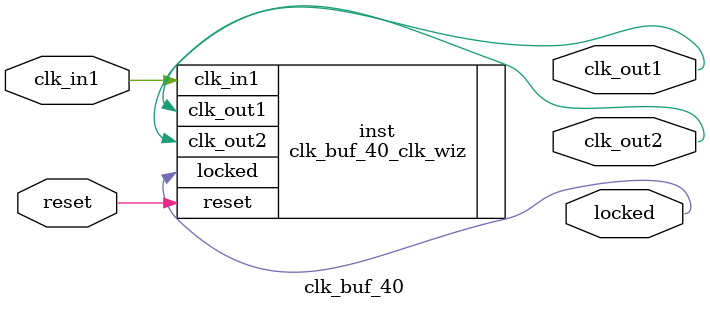
<source format=v>


`timescale 1ps/1ps

(* CORE_GENERATION_INFO = "clk_buf_40,clk_wiz_v6_0_3_0_0,{component_name=clk_buf_40,use_phase_alignment=true,use_min_o_jitter=false,use_max_i_jitter=false,use_dyn_phase_shift=false,use_inclk_switchover=false,use_dyn_reconfig=false,enable_axi=0,feedback_source=FDBK_AUTO,PRIMITIVE=MMCM,num_out_clk=2,clkin1_period=8.000,clkin2_period=10.000,use_power_down=false,use_reset=true,use_locked=true,use_inclk_stopped=false,feedback_type=SINGLE,CLOCK_MGR_TYPE=NA,manual_override=false}" *)

module clk_buf_40 
 (
  // Clock out ports
  output        clk_out1,
  output        clk_out2,
  // Status and control signals
  input         reset,
  output        locked,
 // Clock in ports
  input         clk_in1
 );

  clk_buf_40_clk_wiz inst
  (
  // Clock out ports  
  .clk_out1(clk_out1),
  .clk_out2(clk_out2),
  // Status and control signals               
  .reset(reset), 
  .locked(locked),
 // Clock in ports
  .clk_in1(clk_in1)
  );

endmodule

</source>
